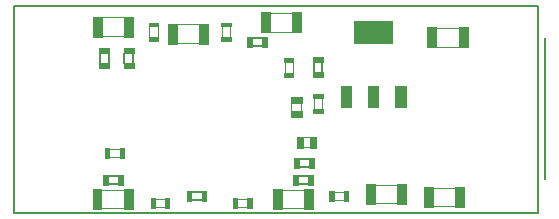
<source format=gbr>
%FSLAX23Y23*%
%MOIN*%
G04 EasyPC Gerber Version 17.0 Build 3379 *
%ADD27C,0.00100*%
%ADD24C,0.00400*%
%ADD22C,0.00500*%
%ADD109C,0.00600*%
X0Y0D02*
D02*
D22*
X1844Y228D02*
X98D01*
Y918*
X1844*
Y228*
X1869Y341D02*
Y810D01*
D02*
D24*
X391Y819D02*
X467D01*
X391Y881D02*
X467D01*
X404Y442D02*
X461D01*
Y415D02*
X404D01*
X465Y244D02*
X389D01*
X465Y306D02*
X389D01*
X549Y803D02*
Y860D01*
X556Y275D02*
X613D01*
X577Y860D02*
Y803D01*
X613Y247D02*
X556D01*
X717Y795D02*
X641D01*
X717Y857D02*
X641D01*
X791Y803D02*
Y860D01*
X819D02*
Y803D01*
X829Y275D02*
X887D01*
Y247D02*
X829D01*
X989Y244D02*
X1065D01*
X989Y306D02*
X1065D01*
X1000Y685D02*
Y742D01*
X1022Y568D02*
Y596D01*
X1026Y832D02*
X950D01*
X1026Y894D02*
X950D01*
X1027Y742D02*
Y685D01*
X1056Y568D02*
Y596D01*
X1087Y447D02*
X1059D01*
X1087Y480D02*
X1059D01*
X1098Y565D02*
Y622D01*
X1126D02*
Y565D01*
X1152Y298D02*
X1209D01*
Y271D02*
X1152D01*
X1300Y261D02*
X1376D01*
X1300Y323D02*
X1376D01*
X1493Y250D02*
X1569D01*
X1493Y312D02*
X1569D01*
X1505Y783D02*
X1581D01*
X1505Y845D02*
X1581D01*
D02*
D27*
X362Y816D02*
X391D01*
Y883*
X362*
Y816*
G36*
X391*
Y883*
X362*
Y816*
G37*
X389Y308D02*
X360D01*
Y241*
X389*
Y308*
G36*
X360*
Y241*
X389*
Y308*
G37*
X394Y321D02*
X410D01*
Y355*
X394*
Y321*
G36*
X410*
Y355*
X394*
Y321*
G37*
X401Y413D02*
X415D01*
Y444*
X401*
Y413*
G36*
X415*
Y444*
X401*
Y413*
G37*
X416Y712D02*
Y728D01*
X382*
Y712*
X416*
G36*
Y728*
X382*
Y712*
X416*
G37*
Y762D02*
Y778D01*
X382*
Y762*
X416*
G36*
Y778*
X382*
Y762*
X416*
G37*
X444Y321D02*
X460D01*
Y355*
X444*
Y321*
G36*
X460*
Y355*
X444*
Y321*
G37*
X451Y413D02*
X464D01*
Y444*
X451*
Y413*
G36*
X464*
Y444*
X451*
Y413*
G37*
X466Y816D02*
X496D01*
Y883*
X466*
Y816*
G36*
X496*
Y883*
X466*
Y816*
G37*
X494Y308D02*
X464D01*
Y241*
X494*
Y308*
G36*
X464*
Y241*
X494*
Y308*
G37*
X497Y712D02*
Y728D01*
X463*
Y712*
X497*
G36*
Y728*
X463*
Y712*
X497*
G37*
Y762D02*
Y778D01*
X463*
Y762*
X497*
G36*
Y778*
X463*
Y762*
X497*
G37*
X553Y245D02*
X567D01*
Y277*
X553*
Y245*
G36*
X567*
Y277*
X553*
Y245*
G37*
X578Y800D02*
Y814D01*
X547*
Y800*
X578*
G36*
Y814*
X547*
Y800*
X578*
G37*
Y850D02*
Y863D01*
X547*
Y850*
X578*
G36*
Y863*
X547*
Y850*
X578*
G37*
X602Y245D02*
X616D01*
Y277*
X602*
Y245*
G36*
X616*
Y277*
X602*
Y245*
G37*
X641Y859D02*
X612D01*
Y792*
X641*
Y859*
G36*
X612*
Y792*
X641*
Y859*
G37*
X689Y302D02*
X673D01*
Y268*
X689*
Y302*
G36*
X673*
Y268*
X689*
Y302*
G37*
X739D02*
X723D01*
Y268*
X739*
Y302*
G36*
X723*
Y268*
X739*
Y302*
G37*
X746Y859D02*
X716D01*
Y792*
X746*
Y859*
G36*
X716*
Y792*
X746*
Y859*
G37*
X789Y814D02*
Y800D01*
X821*
Y814*
X789*
G36*
Y800*
X821*
Y814*
X789*
G37*
Y863D02*
Y850D01*
X821*
Y863*
X789*
G36*
Y850*
X821*
Y863*
X789*
G37*
X827Y245D02*
X840D01*
Y277*
X827*
Y245*
G36*
X840*
Y277*
X827*
Y245*
G37*
X876D02*
X890D01*
Y277*
X876*
Y245*
G36*
X890*
Y277*
X876*
Y245*
G37*
X892Y815D02*
X876D01*
Y781*
X892*
Y815*
G36*
X876*
Y781*
X892*
Y815*
G37*
X942D02*
X926D01*
Y781*
X942*
Y815*
G36*
X926*
Y781*
X942*
Y815*
G37*
X950Y897D02*
X921D01*
Y830*
X950*
Y897*
G36*
X921*
Y830*
X950*
Y897*
G37*
X960Y241D02*
X990D01*
Y308*
X960*
Y241*
G36*
X990*
Y308*
X960*
Y241*
G37*
X998Y696D02*
Y682D01*
X1029*
Y696*
X998*
G36*
Y682*
X1029*
Y696*
X998*
G37*
Y745D02*
Y731D01*
X1029*
Y745*
X998*
G36*
Y731*
X1029*
Y745*
X998*
G37*
X1028Y321D02*
X1044D01*
Y355*
X1028*
Y321*
G36*
X1044*
Y355*
X1028*
Y321*
G37*
X1032Y378D02*
X1048D01*
Y412*
X1032*
Y378*
G36*
X1048*
Y412*
X1032*
Y378*
G37*
X1055Y897D02*
X1025D01*
Y830*
X1055*
Y897*
G36*
X1025*
Y830*
X1055*
Y897*
G37*
X1058Y549D02*
Y569D01*
X1020*
Y549*
X1058*
G36*
Y569*
X1020*
Y549*
X1058*
G37*
Y595D02*
Y615D01*
X1020*
Y595*
X1058*
G36*
Y615*
X1020*
Y595*
X1058*
G37*
X1060Y482D02*
X1040D01*
Y445*
X1060*
Y482*
G36*
X1040*
Y445*
X1060*
Y482*
G37*
X1065Y241D02*
X1094D01*
Y308*
X1065*
Y241*
G36*
X1094*
Y308*
X1065*
Y241*
G37*
X1078Y321D02*
X1094D01*
Y355*
X1078*
Y321*
G36*
X1094*
Y355*
X1078*
Y321*
G37*
X1082Y378D02*
X1098D01*
Y412*
X1082*
Y378*
G36*
X1098*
Y412*
X1082*
Y378*
G37*
X1106Y482D02*
X1086D01*
Y445*
X1106*
Y482*
G36*
X1086*
Y445*
X1106*
Y482*
G37*
X1128Y562D02*
Y576D01*
X1096*
Y562*
X1128*
G36*
Y576*
X1096*
Y562*
X1128*
G37*
Y611D02*
Y625D01*
X1096*
Y611*
X1128*
G36*
Y625*
X1096*
Y611*
X1128*
G37*
X1129Y683D02*
Y699D01*
X1095*
Y683*
X1129*
G36*
Y699*
X1095*
Y683*
X1129*
G37*
Y733D02*
Y749D01*
X1095*
Y733*
X1129*
G36*
Y749*
X1095*
Y733*
X1129*
G37*
X1149Y269D02*
X1163D01*
Y300*
X1149*
Y269*
G36*
X1163*
Y300*
X1149*
Y269*
G37*
X1187Y580D02*
X1221D01*
Y653*
X1187*
Y580*
G36*
X1221*
Y653*
X1187*
Y580*
G37*
X1221*
Y653*
X1187*
Y580*
G36*
X1221*
Y653*
X1187*
Y580*
G37*
X1199Y269D02*
X1212D01*
Y300*
X1199*
Y269*
G36*
X1212*
Y300*
X1199*
Y269*
G37*
X1232Y795D02*
X1358D01*
Y868*
X1232*
Y795*
G36*
X1358*
Y868*
X1232*
Y795*
G37*
X1358*
Y868*
X1232*
Y795*
G36*
X1358*
Y868*
X1232*
Y795*
G37*
X1271Y259D02*
X1301D01*
Y326*
X1271*
Y259*
G36*
X1301*
Y326*
X1271*
Y259*
G37*
X1278Y580D02*
X1312D01*
Y653*
X1278*
Y580*
G36*
X1312*
Y653*
X1278*
Y580*
G37*
X1312*
Y653*
X1278*
Y580*
G36*
X1312*
Y653*
X1278*
Y580*
G37*
X1369D02*
X1403D01*
Y653*
X1369*
Y580*
G36*
X1403*
Y653*
X1369*
Y580*
G37*
X1403*
Y653*
X1369*
Y580*
G36*
X1403*
Y653*
X1369*
Y580*
G37*
X1376Y259D02*
X1405D01*
Y326*
X1376*
Y259*
G36*
X1405*
Y326*
X1376*
Y259*
G37*
X1464Y247D02*
X1494D01*
Y314*
X1464*
Y247*
G36*
X1494*
Y314*
X1464*
Y247*
G37*
X1476Y781D02*
X1506D01*
Y848*
X1476*
Y781*
G36*
X1506*
Y848*
X1476*
Y781*
G37*
X1569Y247D02*
X1598D01*
Y314*
X1569*
Y247*
G36*
X1598*
Y314*
X1569*
Y247*
G37*
X1581Y781D02*
X1610D01*
Y848*
X1581*
Y781*
G36*
X1610*
Y848*
X1581*
Y781*
G37*
D02*
D109*
X385Y762D02*
Y728D01*
X410Y324D02*
X444D01*
X413Y728D02*
Y762D01*
X444Y352D02*
X410D01*
X466Y762D02*
Y728D01*
X494D02*
Y762D01*
X689Y271D02*
X723D01*
Y299D02*
X689D01*
X892Y784D02*
X926D01*
Y812D02*
X892D01*
X1044Y324D02*
X1078D01*
X1048Y381D02*
X1082D01*
X1078Y352D02*
X1044D01*
X1082Y409D02*
X1048D01*
X1098Y733D02*
Y699D01*
X1126D02*
Y733D01*
X0Y0D02*
M02*

</source>
